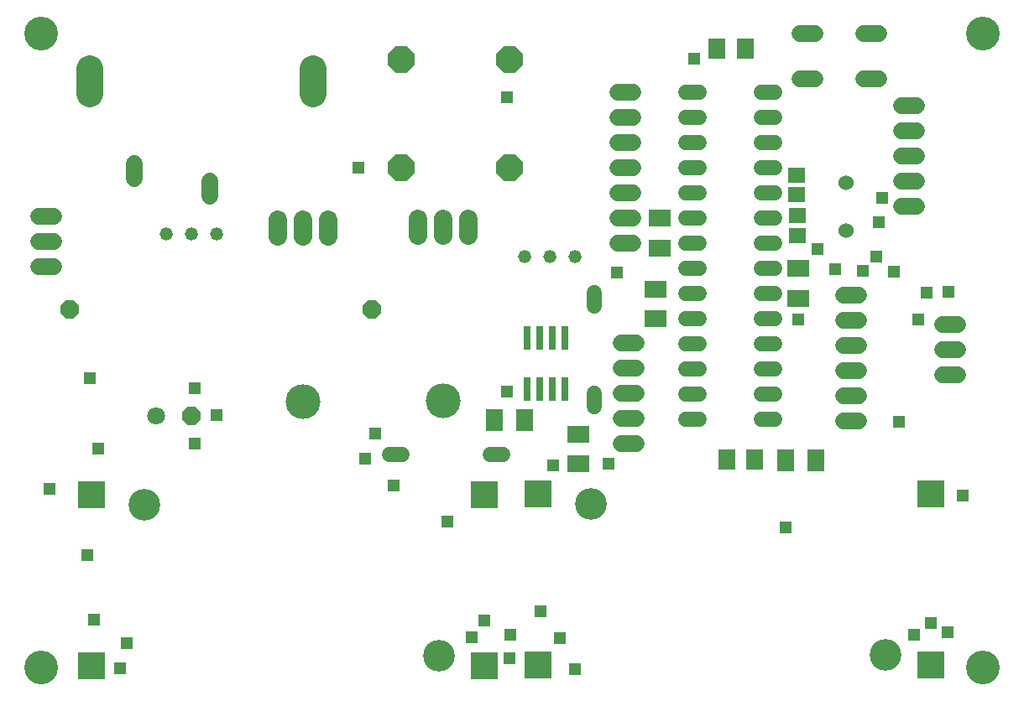
<source format=gts>
G75*
%MOIN*%
%OFA0B0*%
%FSLAX25Y25*%
%IPPOS*%
%LPD*%
%AMOC8*
5,1,8,0,0,1.08239X$1,22.5*
%
%ADD10C,0.13398*%
%ADD11OC8,0.10800*%
%ADD12OC8,0.07100*%
%ADD13C,0.07100*%
%ADD14R,0.08674X0.06706*%
%ADD15C,0.06000*%
%ADD16R,0.03162X0.09461*%
%ADD17C,0.05200*%
%ADD18C,0.07400*%
%ADD19C,0.13800*%
%ADD20OC8,0.07296*%
%ADD21C,0.06800*%
%ADD22C,0.10800*%
%ADD23C,0.06000*%
%ADD24R,0.07099X0.07898*%
%ADD25R,0.06706X0.08674*%
%ADD26R,0.07099X0.05918*%
%ADD27R,0.10643X0.10643*%
%ADD28C,0.12611*%
%ADD29R,0.04762X0.04762*%
D10*
X0015750Y0017942D03*
X0015750Y0269911D03*
X0389765Y0269911D03*
X0389765Y0017942D03*
D11*
X0201558Y0216678D03*
X0158558Y0216678D03*
X0158558Y0259678D03*
X0201558Y0259678D03*
D12*
X0075432Y0118050D03*
D13*
X0061432Y0118050D03*
D14*
X0228978Y0110756D03*
X0228978Y0098945D03*
X0259608Y0156525D03*
X0259608Y0168336D03*
X0261458Y0184635D03*
X0261458Y0196446D03*
X0316261Y0176564D03*
X0316261Y0164753D03*
D15*
X0306864Y0166694D02*
X0301664Y0166694D01*
X0301664Y0176694D02*
X0306864Y0176694D01*
X0306864Y0186694D02*
X0301664Y0186694D01*
X0301664Y0196694D02*
X0306864Y0196694D01*
X0306864Y0206694D02*
X0301664Y0206694D01*
X0301664Y0216694D02*
X0306864Y0216694D01*
X0306864Y0226694D02*
X0301664Y0226694D01*
X0301664Y0236694D02*
X0306864Y0236694D01*
X0306864Y0246694D02*
X0301664Y0246694D01*
X0276864Y0246694D02*
X0271664Y0246694D01*
X0271664Y0236694D02*
X0276864Y0236694D01*
X0276864Y0226694D02*
X0271664Y0226694D01*
X0271664Y0216694D02*
X0276864Y0216694D01*
X0276864Y0206694D02*
X0271664Y0206694D01*
X0271664Y0196694D02*
X0276864Y0196694D01*
X0276864Y0186694D02*
X0271664Y0186694D01*
X0271664Y0176694D02*
X0276864Y0176694D01*
X0276864Y0166694D02*
X0271664Y0166694D01*
X0271664Y0156694D02*
X0276864Y0156694D01*
X0276864Y0146694D02*
X0271664Y0146694D01*
X0271664Y0136694D02*
X0276864Y0136694D01*
X0276864Y0126694D02*
X0271664Y0126694D01*
X0271664Y0116694D02*
X0276864Y0116694D01*
X0301664Y0116694D02*
X0306864Y0116694D01*
X0306864Y0126694D02*
X0301664Y0126694D01*
X0301664Y0136694D02*
X0306864Y0136694D01*
X0306864Y0146694D02*
X0301664Y0146694D01*
X0301664Y0156694D02*
X0306864Y0156694D01*
X0235396Y0161698D02*
X0235396Y0166898D01*
X0235396Y0126898D02*
X0235396Y0121698D01*
X0199101Y0102554D02*
X0193901Y0102554D01*
X0159101Y0102554D02*
X0153901Y0102554D01*
D16*
X0208677Y0128448D03*
X0213677Y0128448D03*
X0218677Y0128448D03*
X0223677Y0128448D03*
X0223677Y0148920D03*
X0218677Y0148920D03*
X0213677Y0148920D03*
X0208677Y0148920D03*
D17*
X0207764Y0181402D03*
X0217764Y0181402D03*
X0227764Y0181402D03*
X0085377Y0190403D03*
X0075377Y0190403D03*
X0065377Y0190403D03*
D18*
X0109766Y0189288D02*
X0109766Y0195888D01*
X0119766Y0195888D02*
X0119766Y0189288D01*
X0129766Y0189288D02*
X0129766Y0195888D01*
X0165435Y0196321D02*
X0165435Y0189721D01*
X0175435Y0189721D02*
X0175435Y0196321D01*
X0185435Y0196321D02*
X0185435Y0189721D01*
D19*
X0175435Y0124021D03*
X0119766Y0123588D03*
D20*
X0147179Y0160410D03*
X0027179Y0160410D03*
D21*
X0020718Y0177234D02*
X0014718Y0177234D01*
X0014718Y0187234D02*
X0020718Y0187234D01*
X0020718Y0197234D02*
X0014718Y0197234D01*
X0052600Y0212261D02*
X0052600Y0218261D01*
X0082600Y0211261D02*
X0082600Y0205261D01*
X0244699Y0206734D02*
X0250699Y0206734D01*
X0250699Y0196734D02*
X0244699Y0196734D01*
X0244699Y0186734D02*
X0250699Y0186734D01*
X0250699Y0216734D02*
X0244699Y0216734D01*
X0244699Y0226734D02*
X0250699Y0226734D01*
X0250699Y0236734D02*
X0244699Y0236734D01*
X0244699Y0246734D02*
X0250699Y0246734D01*
X0316925Y0252088D02*
X0322925Y0252088D01*
X0342525Y0252088D02*
X0348525Y0252088D01*
X0357356Y0241289D02*
X0363356Y0241289D01*
X0363356Y0231289D02*
X0357356Y0231289D01*
X0357356Y0221289D02*
X0363356Y0221289D01*
X0363356Y0211289D02*
X0357356Y0211289D01*
X0357356Y0201289D02*
X0363356Y0201289D01*
X0340358Y0165890D02*
X0334358Y0165890D01*
X0334358Y0155890D02*
X0340358Y0155890D01*
X0340358Y0145890D02*
X0334358Y0145890D01*
X0334358Y0135890D02*
X0340358Y0135890D01*
X0340358Y0125890D02*
X0334358Y0125890D01*
X0334358Y0115890D02*
X0340358Y0115890D01*
X0373616Y0134241D02*
X0379616Y0134241D01*
X0379616Y0144241D02*
X0373616Y0144241D01*
X0373616Y0154241D02*
X0379616Y0154241D01*
X0251899Y0147037D02*
X0245899Y0147037D01*
X0245899Y0137037D02*
X0251899Y0137037D01*
X0251899Y0127037D02*
X0245899Y0127037D01*
X0245899Y0117037D02*
X0251899Y0117037D01*
X0251899Y0107037D02*
X0245899Y0107037D01*
X0316925Y0269888D02*
X0322925Y0269888D01*
X0342525Y0269888D02*
X0348525Y0269888D01*
D22*
X0123650Y0256013D02*
X0123650Y0246013D01*
X0035050Y0246013D02*
X0035050Y0256013D01*
D23*
X0335388Y0210445D03*
X0335388Y0191445D03*
D24*
X0295197Y0264027D03*
X0284001Y0264027D03*
X0287972Y0100626D03*
X0299168Y0100626D03*
D25*
X0311432Y0100340D03*
X0323243Y0100340D03*
X0207609Y0116134D03*
X0195798Y0116134D03*
D26*
X0316064Y0189599D03*
X0316064Y0197473D03*
X0315832Y0205846D03*
X0315832Y0213720D03*
D27*
X0368868Y0086824D03*
X0368868Y0018824D03*
X0212868Y0018824D03*
X0191702Y0018667D03*
X0191702Y0086667D03*
X0212868Y0086824D03*
X0035702Y0086667D03*
X0035702Y0018667D03*
D28*
X0056702Y0082667D03*
X0173702Y0022667D03*
X0233868Y0082824D03*
X0350868Y0022824D03*
D29*
X0362347Y0030935D03*
X0368922Y0035581D03*
X0375654Y0031919D03*
X0311441Y0073770D03*
X0356205Y0115620D03*
X0381599Y0086211D03*
X0363961Y0156289D03*
X0367465Y0167038D03*
X0376012Y0167128D03*
X0354197Y0175187D03*
X0347479Y0181189D03*
X0341999Y0175621D03*
X0331087Y0176368D03*
X0324000Y0184242D03*
X0348252Y0194793D03*
X0349626Y0204564D03*
X0316441Y0156329D03*
X0244433Y0174990D03*
X0200575Y0127471D03*
X0219118Y0098337D03*
X0240890Y0099045D03*
X0176914Y0075778D03*
X0155693Y0090108D03*
X0144473Y0101093D03*
X0148331Y0110856D03*
X0085418Y0118415D03*
X0076559Y0129045D03*
X0076796Y0106959D03*
X0038370Y0104872D03*
X0019040Y0088849D03*
X0034040Y0062746D03*
X0036678Y0036801D03*
X0049827Y0027667D03*
X0047189Y0017589D03*
X0186559Y0029872D03*
X0191559Y0036683D03*
X0201992Y0030896D03*
X0201796Y0021723D03*
X0221599Y0029754D03*
X0213922Y0040108D03*
X0227701Y0017352D03*
X0035103Y0133101D03*
X0141559Y0216683D03*
X0200811Y0244557D03*
X0275181Y0259833D03*
M02*

</source>
